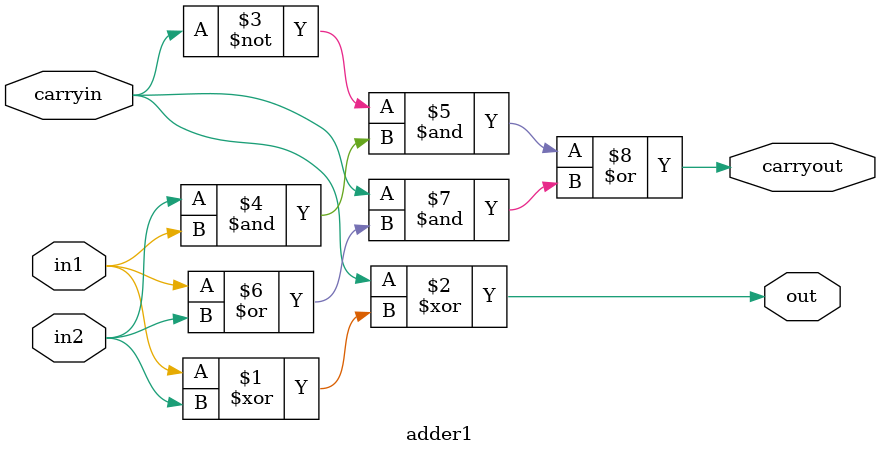
<source format=v>
module top_module (
    input  wire [7:0] in1,
    input  wire [7:0] in2,
    input  wire       carryin,
    output wire [7:0] out,
    output wire       carryout
);
    
    wire [8:0] tempcarryout;
    assign tempcarryout[0] = carryin;

    genvar i;
    generate
        for (i = 0; i < 8; i = i + 1) begin : adderloop
            adder1 addonebit(in1[i], in2[i], tempcarryout[i], out[i], tempcarryout[i+1]);
        end
    endgenerate

endmodule

module adder1 (
    input  wire in1,
    input  wire in2,
    input  wire carryin,
    output wire out,
    output wire carryout
);
    assign out = carryin ^ (in1 ^ in2);
    assign carryout = ((~(carryin) & (in2 & in1))) | ((carryin & (in1 | in2)));
endmodule

</source>
